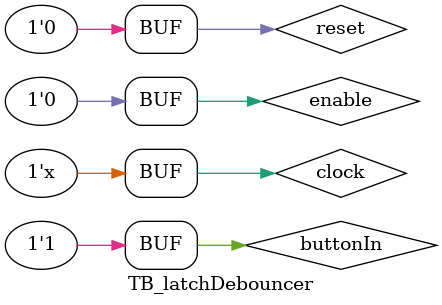
<source format=v>
`timescale 1ns / 1ps


module TB_latchDebouncer;

    reg clock = 0;
    reg enable = 0;
    reg reset = 0;
    reg buttonIn = 0;
    wire buttonOut;
    
    latchDebouncer #(
        .INTERVAL(15)
    ) UUT (
        .in_clock(clock),
        .in_enable(1'b1),
        .in_reset(reset),
        .in_buttonIn(buttonIn),
        .out_buttonOut(buttonOut));

    always begin 
       #1 clock = ~clock; 
    end
    
    initial begin
        #5 buttonIn = 1;
        #2 buttonIn = 0;
        #3 buttonIn = 1;
        #6 buttonIn = 0;
        #2 buttonIn = 1;
    end

endmodule

</source>
